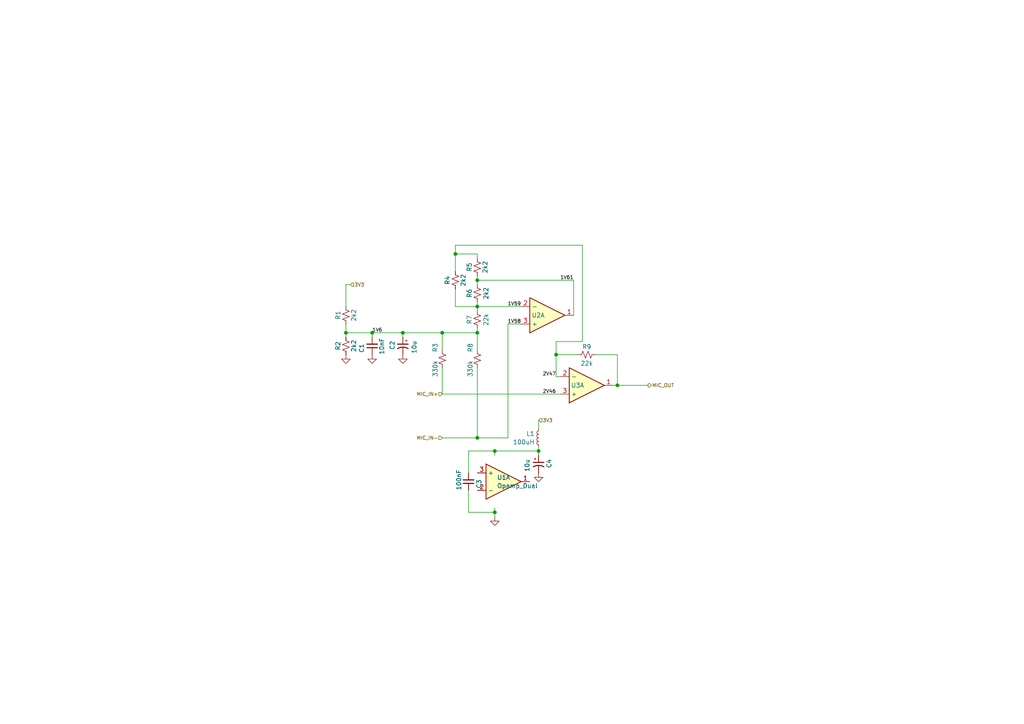
<source format=kicad_sch>
(kicad_sch (version 20250114) (generator "eeschema") (generator_version "9.0")
  (paper "A4")
  (lib_symbols
    (symbol "Device:C_Polarized_Small_US" (pin_numbers (hide yes)) (pin_names (offset 0.254) (hide yes))
      (property "Reference" "C" (at 0.254 1.778 0))
      (property "Value" "C_Polarized_Small_US" (at 0.254 -2.032 0))
      (symbol "C_Polarized_Small_US_0_1"
        (polyline (pts (xy -1.524 0.508) (xy 1.524 0.508)) (stroke (width 0.3048)))
        (polyline (pts (xy -1.27 1.524) (xy -0.762 1.524)))
        (polyline (pts (xy -1.016 1.27) (xy -1.016 1.778)))
        (arc (start -1.524 -0.762) (mid 0 -0.3734) (end 1.524 -0.762) (stroke (width 0.3048)))
      )
      (symbol "C_Polarized_Small_US_1_1"
        (pin passive line (at 0 2.54 270) (length 2.032) (name "~") (number "1"))
        (pin passive line (at 0 -2.54 90) (length 2.032) (name "~") (number "2"))
      )
    )
    (symbol "Device:C_Small" (pin_numbers (hide yes)) (pin_names (offset 0.254) (hide yes))
      (property "Reference" "C" (at 0.254 1.778 0))
      (property "Value" "C_Small" (at 0.254 -2.032 0))
      (symbol "C_Small_0_1"
        (polyline (pts (xy -1.524 0.508) (xy 1.524 0.508)) (stroke (width 0.3048)))
        (polyline (pts (xy -1.524 -0.508) (xy 1.524 -0.508)) (stroke (width 0.3302)))
      )
      (symbol "C_Small_1_1"
        (pin passive line (at 0 2.54 270) (length 2.032) (name "~") (number "1"))
        (pin passive line (at 0 -2.54 90) (length 2.032) (name "~") (number "2"))
      )
    )
    (symbol "Device:L_Small" (pin_numbers (hide yes)) (pin_names (offset 0.254) (hide yes))
      (property "Reference" "L" (at 0.762 1.016 0))
      (property "Value" "L_Small" (at 0.762 -1.016 0))
      (symbol "L_Small_0_1"
        (arc (start 0 2.032) (mid 0.5058 1.524) (end 0 1.016))
        (arc (start 0 1.016) (mid 0.5058 0.508) (end 0 0))
        (arc (start 0 0) (mid 0.5058 -0.508) (end 0 -1.016))
        (arc (start 0 -1.016) (mid 0.5058 -1.524) (end 0 -2.032))
      )
      (symbol "L_Small_1_1"
        (pin passive line (at 0 2.54 270) (length 0.508) (name "~") (number "1"))
        (pin passive line (at 0 -2.54 90) (length 0.508) (name "~") (number "2"))
      )
    )
    (symbol "Device:Opamp_Dual"
      (property "Reference" "U" (at 0 5.08 0))
      (property "Value" "Opamp_Dual" (at 0 -5.08 0))
      (symbol "Opamp_Dual_1_1"
        (polyline (pts (xy -5.08 5.08) (xy 5.08 0) (xy -5.08 -5.08) (xy -5.08 5.08)) (stroke (width 0.254)) (fill (type background)))
        (pin input line (at -7.62 2.54 0) (length 2.54) (name "+") (number "3"))
        (pin input line (at -7.62 -2.54 0) (length 2.54) (name "-") (number "2"))
        (pin output line (at 7.62 0 180) (length 2.54) (name "~") (number "1"))
      )
      (symbol "Opamp_Dual_2_1"
        (polyline (pts (xy -5.08 5.08) (xy 5.08 0) (xy -5.08 -5.08) (xy -5.08 5.08)) (stroke (width 0.254)) (fill (type background)))
        (pin input line (at -7.62 2.54 0) (length 2.54) (name "+") (number "5"))
        (pin input line (at -7.62 -2.54 0) (length 2.54) (name "-") (number "6"))
        (pin output line (at 7.62 0 180) (length 2.54) (name "~") (number "7"))
      )
      (symbol "Opamp_Dual_3_1"
        (pin power_in line (at -2.54 7.62 270) (length 3.81) (name "V+") (number "8"))
        (pin power_in line (at -2.54 -7.62 90) (length 3.81) (name "V-") (number "4"))
      )
    )
    (symbol "Device:R_Small_US" (pin_numbers (hide yes)) (pin_names (offset 0.254) (hide yes))
      (property "Reference" "R" (at 0.762 0.508 0))
      (property "Value" "R_Small_US" (at 0.762 -1.016 0))
      (symbol "R_Small_US_1_1"
        (polyline (pts (xy 0 1.524) (xy 1.016 1.143) (xy 0 0.762) (xy -1.016 0.381) (xy 0 0)))
        (polyline (pts (xy 0 0) (xy 1.016 -0.381) (xy 0 -0.762) (xy -1.016 -1.143) (xy 0 -1.524)))
        (pin passive line (at 0 2.54 270) (length 1.016) (name "~") (number "1"))
        (pin passive line (at 0 -2.54 90) (length 1.016) (name "~") (number "2"))
      )
    )
    (symbol "power:GND" (power) (pin_numbers (hide yes)) (pin_names (offset 0) (hide yes))
      (property "Value" "GND" (at 0 -3.81 0))
      (symbol "GND_0_1"
        (polyline (pts (xy 0 0) (xy 0 -1.27) (xy 1.27 -1.27) (xy 0 -2.54) (xy -1.27 -1.27) (xy 0 -1.27)))
      )
      (symbol "GND_1_1"
        (pin power_in line (at 0 0 270) (length 0) (name "~") (number "1"))
      )
    )
  )
  (junction (at 179.07 111.76))
  (junction (at 138.43 88.9))
  (junction (at 143.51 148.59))
  (junction (at 107.95 96.52))
  (junction (at 138.43 127))
  (junction (at 128.27 96.52))
  (junction (at 138.43 96.52))
  (junction (at 138.43 81.28))
  (junction (at 161.29 102.87))
  (junction (at 116.84 96.52))
  (junction (at 132.08 73.66))
  (junction (at 100.33 96.52))
  (junction (at 143.51 130.81))
  (junction (at 156.21 130.81))
  (wire (pts (xy 116.84 96.52) (xy 107.95 96.52)))
  (wire (pts (xy 138.43 96.52) (xy 138.43 101.6)))
  (wire (pts (xy 100.33 96.52) (xy 107.95 96.52)))
  (wire (pts (xy 179.07 111.76) (xy 187.96 111.76)))
  (wire (pts (xy 138.43 80.01) (xy 138.43 81.28)))
  (wire (pts (xy 116.84 97.79) (xy 116.84 96.52)))
  (wire (pts (xy 179.07 111.76) (xy 177.8 111.76)))
  (wire (pts (xy 132.08 71.12) (xy 132.08 73.66)))
  (wire (pts (xy 138.43 88.9) (xy 138.43 90.17)))
  (wire (pts (xy 138.43 81.28) (xy 166.37 81.28)))
  (wire (pts (xy 179.07 102.87) (xy 179.07 111.76)))
  (wire (pts (xy 128.27 114.3) (xy 162.56 114.3)))
  (wire (pts (xy 100.33 82.55) (xy 100.33 88.9)))
  (wire (pts (xy 143.51 130.81) (xy 156.21 130.81)))
  (wire (pts (xy 167.64 102.87) (xy 161.29 102.87)))
  (wire (pts (xy 135.89 142.24) (xy 135.89 148.59)))
  (wire (pts (xy 156.21 121.92) (xy 156.21 124.46)))
  (wire (pts (xy 138.43 73.66) (xy 132.08 73.66)))
  (wire (pts (xy 138.43 88.9) (xy 138.43 87.63)))
  (wire (pts (xy 128.27 106.68) (xy 128.27 114.3)))
  (wire (pts (xy 161.29 99.06) (xy 168.91 99.06)))
  (wire (pts (xy 107.95 96.52) (xy 107.95 97.79)))
  (wire (pts (xy 138.43 73.66) (xy 138.43 74.93)))
  (wire (pts (xy 143.51 132.08) (xy 143.51 130.81)))
  (wire (pts (xy 143.51 149.86) (xy 143.51 148.59)))
  (wire (pts (xy 135.89 148.59) (xy 143.51 148.59)))
  (wire (pts (xy 156.21 129.54) (xy 156.21 130.81)))
  (wire (pts (xy 161.29 102.87) (xy 161.29 109.22)))
  (wire (pts (xy 135.89 130.81) (xy 143.51 130.81)))
  (wire (pts (xy 161.29 102.87) (xy 161.29 99.06)))
  (wire (pts (xy 138.43 88.9) (xy 132.08 88.9)))
  (wire (pts (xy 135.89 137.16) (xy 135.89 130.81)))
  (wire (pts (xy 147.32 93.98) (xy 147.32 127)))
  (wire (pts (xy 138.43 88.9) (xy 151.13 88.9)))
  (wire (pts (xy 172.72 102.87) (xy 179.07 102.87)))
  (wire (pts (xy 138.43 95.25) (xy 138.43 96.52)))
  (wire (pts (xy 151.13 93.98) (xy 147.32 93.98)))
  (wire (pts (xy 132.08 88.9) (xy 132.08 83.82)))
  (wire (pts (xy 138.43 81.28) (xy 138.43 82.55)))
  (wire (pts (xy 132.08 73.66) (xy 132.08 78.74)))
  (wire (pts (xy 138.43 127) (xy 147.32 127)))
  (wire (pts (xy 128.27 127) (xy 138.43 127)))
  (wire (pts (xy 116.84 96.52) (xy 128.27 96.52)))
  (wire (pts (xy 100.33 96.52) (xy 100.33 97.79)))
  (wire (pts (xy 156.21 130.81) (xy 156.21 132.08)))
  (wire (pts (xy 100.33 82.55) (xy 101.6 82.55)))
  (wire (pts (xy 168.91 71.12) (xy 132.08 71.12)))
  (wire (pts (xy 166.37 81.28) (xy 166.37 91.44)))
  (wire (pts (xy 168.91 99.06) (xy 168.91 71.12)))
  (wire (pts (xy 138.43 106.68) (xy 138.43 127)))
  (wire (pts (xy 100.33 93.98) (xy 100.33 96.52)))
  (wire (pts (xy 161.29 109.22) (xy 162.56 109.22)))
  (wire (pts (xy 128.27 96.52) (xy 138.43 96.52)))
  (wire (pts (xy 128.27 101.6) (xy 128.27 96.52)))
  (wire (pts (xy 143.51 148.59) (xy 143.51 147.32)))
  (label "1V61" (at 166.37 81.28 180) (effects (font (size 1 1))))
  (label "1V58" (at 151.13 93.98 180) (effects (font (size 1 1))))
  (label "1V59" (at 151.13 88.9 180) (effects (font (size 1 1))))
  (label "2V46" (at 161.29 114.3 180) (effects (font (size 1 1))))
  (label "2V47" (at 161.29 109.22 180) (effects (font (size 1 1))))
  (label "1V6" (at 107.95 96.52 0) (effects (font (size 1 1))))
  (hierarchical_label "3V3" (shape input) (at 101.6 82.55 0) (effects (font (size 1 1))))
  (hierarchical_label "MIC_IN-" (shape input) (at 128.27 127 180) (effects (font (size 1 1))))
  (hierarchical_label "MIC_OUT" (shape output) (at 187.96 111.76 0) (effects (font (size 1 1))))
  (hierarchical_label "3V3" (shape input) (at 156.21 121.92 0) (effects (font (size 1 1))))
  (hierarchical_label "MIC_IN+" (shape input) (at 128.27 114.3 180) (effects (font (size 1 1))))
  (symbol (lib_id "power:GND") (at 143.51 149.86 0) (mirror y) (unit 1)
    (property "Reference" "#PWR04" (effects (hide yes)))
    (property "Value" "GND" (effects (hide yes)))
    (property "Description" "Power symbol creates a global label with name \"GND\" , ground" (effects (hide yes)))
  )
  (symbol (lib_id "Device:L_Small") (at 156.21 127 0) (mirror y) (unit 1)
    (property "Reference" "L1" (at 155.0692 125.7878 0) (effects (justify left)))
    (property "Value" "100uH" (at 155.0692 128.2121 0) (effects (justify left)))
    (property "Description" "Inductor, small symbol" (effects (hide yes)))
  )
  (symbol (lib_id "Device:R_Small_US") (at 128.27 104.14 0) (unit 1)
    (property "Reference" "R3" (at 126.238 100.838 90))
    (property "Value" "330k" (at 126.238 106.934 90))
    (property "Description" "Resistor, small US symbol" (effects (hide yes)))
  )
  (symbol (lib_id "Device:R_Small_US") (at 170.18 102.87 270) (unit 1)
    (property "Reference" "R9" (at 170.18 100.584 90))
    (property "Value" "22k" (at 170.18 105.41 90))
    (property "Description" "Resistor, small US symbol" (effects (hide yes)))
  )
  (symbol (lib_id "Device:C_Polarized_Small_US") (at 156.21 134.62 0) (unit 1)
    (property "Reference" "C4" (at 159.258 133.096 90) (effects (justify right)))
    (property "Value" "10u" (at 152.908 133.096 90) (effects (justify right)))
    (property "Description" "Polarized capacitor, small US symbol" (effects (hide yes)))
  )
  (symbol (lib_id "Device:C_Small") (at 107.95 100.33 180) (unit 1)
    (property "Reference" "C1" (at 104.902 102.362 90) (effects (justify right)))
    (property "Value" "10nF" (at 110.744 102.87 90) (effects (justify right)))
    (property "Description" "Unpolarized capacitor, small symbol" (effects (hide yes)))
  )
  (symbol (lib_id "power:GND") (at 116.84 102.87 0) (unit 1)
    (property "Reference" "#PWR03" (effects (hide yes)))
    (property "Value" "GND" (effects (hide yes)))
    (property "Description" "Power symbol creates a global label with name \"GND\" , ground" (effects (hide yes)))
  )
  (symbol (lib_id "power:GND") (at 156.21 137.16 0) (mirror y) (unit 1)
    (property "Reference" "#PWR05" (effects (hide yes)))
    (property "Value" "GND" (effects (hide yes)))
    (property "Description" "Power symbol creates a global label with name \"GND\" , ground" (effects (hide yes)))
  )
  (symbol (lib_id "Device:R_Small_US") (at 132.08 81.28 0) (unit 1)
    (property "Reference" "R4" (at 129.794 81.28 90))
    (property "Value" "2k2" (at 134.366 81.28 90))
    (property "Description" "Resistor, small US symbol" (effects (hide yes)))
  )
  (symbol (lib_id "Device:C_Small") (at 135.89 139.7 0) (mirror x) (unit 1)
    (property "Reference" "C3" (at 138.938 141.732 90) (effects (justify right)))
    (property "Value" "100nF" (at 133.096 142.24 90) (effects (justify right)))
    (property "Description" "Unpolarized capacitor, small symbol" (effects (hide yes)))
  )
  (symbol (lib_id "Device:R_Small_US") (at 138.43 77.47 0) (unit 1)
    (property "Reference" "R5" (at 136.144 77.47 90))
    (property "Value" "2k2" (at 140.716 77.47 90))
    (property "Description" "Resistor, small US symbol" (effects (hide yes)))
  )
  (symbol (lib_id "Device:C_Polarized_Small_US") (at 116.84 100.33 0) (mirror y) (unit 1)
    (property "Reference" "C2" (at 113.792 98.806 90) (effects (justify right)))
    (property "Value" "10u" (at 120.142 98.806 90) (effects (justify right)))
    (property "Description" "Polarized capacitor, small US symbol" (effects (hide yes)))
  )
  (symbol (lib_id "Device:Opamp_Dual") (at 170.18 111.76 0) (mirror x) (unit 1)
    (property "Reference" "U3" (at 165.608 111.76 0) (effects (justify left)))
    (property "Value" "Opamp_Dual" (effects (hide yes)))
    (property "Description" "Dual operational amplifier" (effects (hide yes)))
    (property "Sim.Library" "${KICAD7_SYMBOL_DIR}/Simulation_SPICE.sp" (effects (hide yes)))
    (property "Sim.Name" "kicad_builtin_opamp_dual" (effects (hide yes)))
    (property "Sim.Device" "SUBCKT" (effects (hide yes)))
    (property "Sim.Pins" "1=out1 2=in1- 3=in1+ 4=vee 5=in2+ 6=in2- 7=out2 8=vcc" (effects (hide yes)))
  )
  (symbol (lib_id "power:GND") (at 107.95 102.87 0) (unit 1)
    (property "Reference" "#PWR02" (effects (hide yes)))
    (property "Value" "GND" (effects (hide yes)))
    (property "Description" "Power symbol creates a global label with name \"GND\" , ground" (effects (hide yes)))
  )
  (symbol (lib_id "Device:Opamp_Dual") (at 158.75 91.44 0) (mirror x) (unit 1)
    (property "Reference" "U2" (at 154.178 91.44 0) (effects (justify left)))
    (property "Value" "Opamp_Dual" (effects (hide yes)))
    (property "Description" "Dual operational amplifier" (effects (hide yes)))
    (property "Sim.Library" "${KICAD7_SYMBOL_DIR}/Simulation_SPICE.sp" (effects (hide yes)))
    (property "Sim.Name" "kicad_builtin_opamp_dual" (effects (hide yes)))
    (property "Sim.Device" "SUBCKT" (effects (hide yes)))
    (property "Sim.Pins" "1=out1 2=in1- 3=in1+ 4=vee 5=in2+ 6=in2- 7=out2 8=vcc" (effects (hide yes)))
  )
  (symbol (lib_id "Device:R_Small_US") (at 138.43 85.09 0) (unit 1)
    (property "Reference" "R6" (at 136.144 85.09 90))
    (property "Value" "2k2" (at 140.97 85.09 90))
    (property "Description" "Resistor, small US symbol" (effects (hide yes)))
  )
  (symbol (lib_id "Device:R_Small_US") (at 100.33 100.33 0) (unit 1)
    (property "Reference" "R2" (at 98.044 100.33 90))
    (property "Value" "2k2" (at 102.616 100.33 90))
    (property "Description" "Resistor, small US symbol" (effects (hide yes)))
  )
  (symbol (lib_id "Device:R_Small_US") (at 138.43 92.71 0) (unit 1)
    (property "Reference" "R7" (at 136.144 92.71 90))
    (property "Value" "22k" (at 140.97 92.71 90))
    (property "Description" "Resistor, small US symbol" (effects (hide yes)))
  )
  (symbol (lib_id "Device:R_Small_US") (at 100.33 91.44 0) (unit 1)
    (property "Reference" "R1" (at 98.044 91.44 90))
    (property "Value" "2k2" (at 102.616 91.44 90))
    (property "Description" "Resistor, small US symbol" (effects (hide yes)))
  )
  (symbol (lib_id "power:GND") (at 100.33 102.87 0) (unit 1)
    (property "Reference" "#PWR01" (effects (hide yes)))
    (property "Value" "GND" (effects (hide yes)))
    (property "Description" "Power symbol creates a global label with name \"GND\" , ground" (effects (hide yes)))
  )
  (symbol (lib_id "Device:R_Small_US") (at 138.43 104.14 0) (unit 1)
    (property "Reference" "R8" (at 136.398 100.838 90))
    (property "Value" "330k" (at 136.398 106.934 90))
    (property "Description" "Resistor, small US symbol" (effects (hide yes)))
  )
  (symbol (lib_id "Device:Opamp_Dual") (at 146.05 139.7 0) (unit 1)
    (property "Reference" "U1" (at 144.145 138.4878 0) (effects (justify left)))
    (property "Value" "Opamp_Dual" (at 144.145 140.9121 0) (effects (justify left)))
    (property "Description" "Dual operational amplifier" (effects (hide yes)))
    (property "Sim.Library" "${KICAD7_SYMBOL_DIR}/Simulation_SPICE.sp" (effects (hide yes)))
    (property "Sim.Name" "kicad_builtin_opamp_dual" (effects (hide yes)))
    (property "Sim.Device" "SUBCKT" (effects (hide yes)))
    (property "Sim.Pins" "1=out1 2=in1- 3=in1+ 4=vee 5=in2+ 6=in2- 7=out2 8=vcc" (effects (hide yes)))
  )
)
</source>
